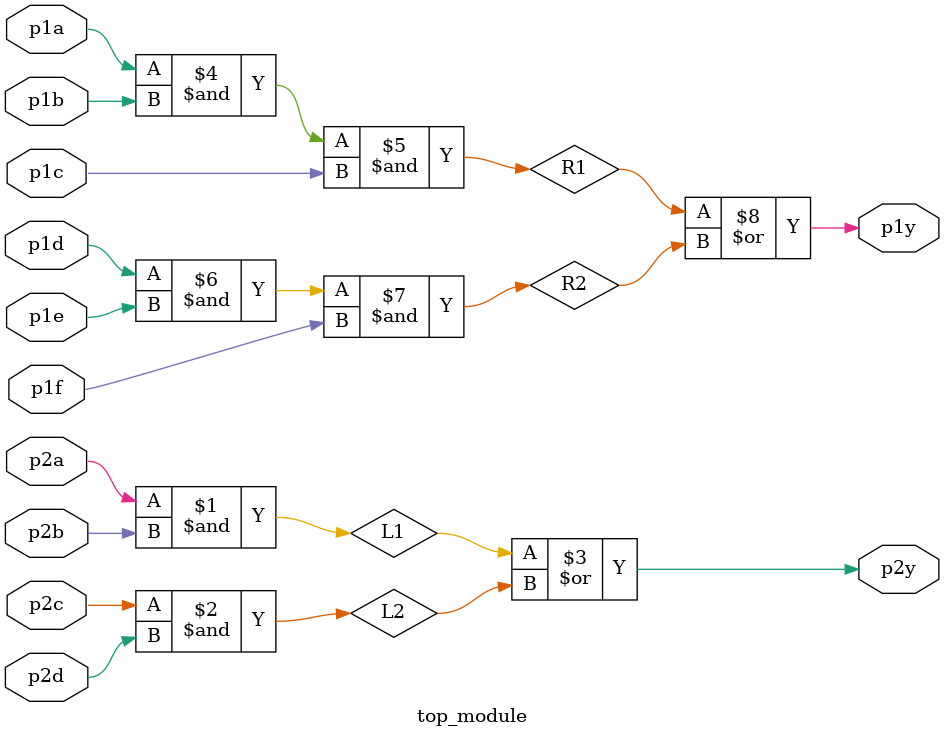
<source format=v>
module top_module ( input p1a, p1b, p1c, p1d, p1e, p1f, output p1y, input p2a, p2b, p2c, p2d, output p2y );
	wire L1, L2, R1, R2; // decalring interior wires
    
    assign L1 = p2a & p2b;
    assign L2 = p2c & p2d;
    assign p2y = L1|L2;
    
    assign R1 = p1a & p1b & p1c;
    assign R2 = p1d & p1e & p1f;
	  assign p1y = R1|R2;
endmodule

</source>
